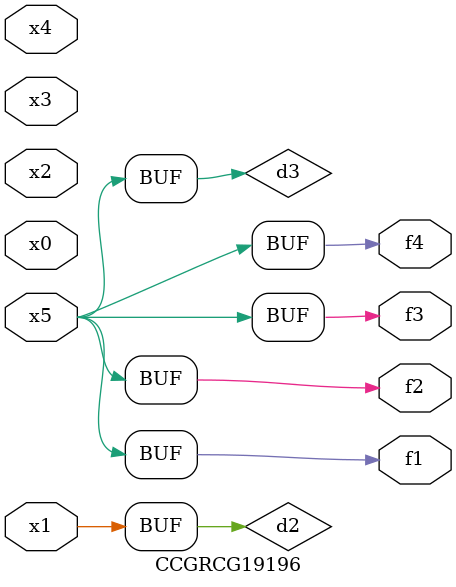
<source format=v>
module CCGRCG19196(
	input x0, x1, x2, x3, x4, x5,
	output f1, f2, f3, f4
);

	wire d1, d2, d3;

	not (d1, x5);
	or (d2, x1);
	xnor (d3, d1);
	assign f1 = d3;
	assign f2 = d3;
	assign f3 = d3;
	assign f4 = d3;
endmodule

</source>
